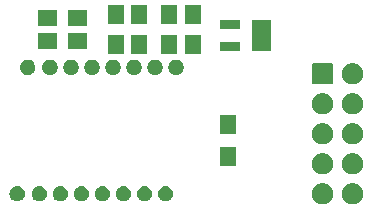
<source format=gbr>
G04 #@! TF.GenerationSoftware,KiCad,Pcbnew,(5.1.6-0-10_14)*
G04 #@! TF.CreationDate,2020-06-02T19:40:10-04:00*
G04 #@! TF.ProjectId,PMW3360_Adapter,504d5733-3336-4305-9f41-646170746572,rev?*
G04 #@! TF.SameCoordinates,Original*
G04 #@! TF.FileFunction,Soldermask,Top*
G04 #@! TF.FilePolarity,Negative*
%FSLAX46Y46*%
G04 Gerber Fmt 4.6, Leading zero omitted, Abs format (unit mm)*
G04 Created by KiCad (PCBNEW (5.1.6-0-10_14)) date 2020-06-02 19:40:10*
%MOMM*%
%LPD*%
G01*
G04 APERTURE LIST*
%ADD10C,0.100000*%
G04 APERTURE END LIST*
D10*
G36*
X111153512Y-50013927D02*
G01*
X111302812Y-50043624D01*
X111466784Y-50111544D01*
X111614354Y-50210147D01*
X111739853Y-50335646D01*
X111838456Y-50483216D01*
X111906376Y-50647188D01*
X111941000Y-50821259D01*
X111941000Y-50998741D01*
X111906376Y-51172812D01*
X111838456Y-51336784D01*
X111739853Y-51484354D01*
X111614354Y-51609853D01*
X111466784Y-51708456D01*
X111302812Y-51776376D01*
X111153512Y-51806073D01*
X111128742Y-51811000D01*
X110951258Y-51811000D01*
X110926488Y-51806073D01*
X110777188Y-51776376D01*
X110613216Y-51708456D01*
X110465646Y-51609853D01*
X110340147Y-51484354D01*
X110241544Y-51336784D01*
X110173624Y-51172812D01*
X110139000Y-50998741D01*
X110139000Y-50821259D01*
X110173624Y-50647188D01*
X110241544Y-50483216D01*
X110340147Y-50335646D01*
X110465646Y-50210147D01*
X110613216Y-50111544D01*
X110777188Y-50043624D01*
X110926488Y-50013927D01*
X110951258Y-50009000D01*
X111128742Y-50009000D01*
X111153512Y-50013927D01*
G37*
G36*
X108613512Y-50013927D02*
G01*
X108762812Y-50043624D01*
X108926784Y-50111544D01*
X109074354Y-50210147D01*
X109199853Y-50335646D01*
X109298456Y-50483216D01*
X109366376Y-50647188D01*
X109401000Y-50821259D01*
X109401000Y-50998741D01*
X109366376Y-51172812D01*
X109298456Y-51336784D01*
X109199853Y-51484354D01*
X109074354Y-51609853D01*
X108926784Y-51708456D01*
X108762812Y-51776376D01*
X108613512Y-51806073D01*
X108588742Y-51811000D01*
X108411258Y-51811000D01*
X108386488Y-51806073D01*
X108237188Y-51776376D01*
X108073216Y-51708456D01*
X107925646Y-51609853D01*
X107800147Y-51484354D01*
X107701544Y-51336784D01*
X107633624Y-51172812D01*
X107599000Y-50998741D01*
X107599000Y-50821259D01*
X107633624Y-50647188D01*
X107701544Y-50483216D01*
X107800147Y-50335646D01*
X107925646Y-50210147D01*
X108073216Y-50111544D01*
X108237188Y-50043624D01*
X108386488Y-50013927D01*
X108411258Y-50009000D01*
X108588742Y-50009000D01*
X108613512Y-50013927D01*
G37*
G36*
X95399890Y-50274017D02*
G01*
X95518364Y-50323091D01*
X95537155Y-50335647D01*
X95624988Y-50394335D01*
X95715665Y-50485012D01*
X95786910Y-50591638D01*
X95835983Y-50710110D01*
X95858092Y-50821259D01*
X95861000Y-50835882D01*
X95861000Y-50964118D01*
X95835983Y-51089890D01*
X95786909Y-51208364D01*
X95715665Y-51314988D01*
X95624988Y-51405665D01*
X95518364Y-51476909D01*
X95518363Y-51476910D01*
X95518362Y-51476910D01*
X95399890Y-51525983D01*
X95274119Y-51551000D01*
X95145881Y-51551000D01*
X95020110Y-51525983D01*
X94901638Y-51476910D01*
X94901637Y-51476910D01*
X94901636Y-51476909D01*
X94795012Y-51405665D01*
X94704335Y-51314988D01*
X94633091Y-51208364D01*
X94584017Y-51089890D01*
X94559000Y-50964118D01*
X94559000Y-50835882D01*
X94561909Y-50821259D01*
X94584017Y-50710110D01*
X94633090Y-50591638D01*
X94704335Y-50485012D01*
X94795012Y-50394335D01*
X94882845Y-50335647D01*
X94901636Y-50323091D01*
X95020110Y-50274017D01*
X95145881Y-50249000D01*
X95274119Y-50249000D01*
X95399890Y-50274017D01*
G37*
G36*
X93619890Y-50274017D02*
G01*
X93738364Y-50323091D01*
X93757155Y-50335647D01*
X93844988Y-50394335D01*
X93935665Y-50485012D01*
X94006910Y-50591638D01*
X94055983Y-50710110D01*
X94078092Y-50821259D01*
X94081000Y-50835882D01*
X94081000Y-50964118D01*
X94055983Y-51089890D01*
X94006909Y-51208364D01*
X93935665Y-51314988D01*
X93844988Y-51405665D01*
X93738364Y-51476909D01*
X93738363Y-51476910D01*
X93738362Y-51476910D01*
X93619890Y-51525983D01*
X93494119Y-51551000D01*
X93365881Y-51551000D01*
X93240110Y-51525983D01*
X93121638Y-51476910D01*
X93121637Y-51476910D01*
X93121636Y-51476909D01*
X93015012Y-51405665D01*
X92924335Y-51314988D01*
X92853091Y-51208364D01*
X92804017Y-51089890D01*
X92779000Y-50964118D01*
X92779000Y-50835882D01*
X92781909Y-50821259D01*
X92804017Y-50710110D01*
X92853090Y-50591638D01*
X92924335Y-50485012D01*
X93015012Y-50394335D01*
X93102845Y-50335647D01*
X93121636Y-50323091D01*
X93240110Y-50274017D01*
X93365881Y-50249000D01*
X93494119Y-50249000D01*
X93619890Y-50274017D01*
G37*
G36*
X91839890Y-50274017D02*
G01*
X91958364Y-50323091D01*
X91977155Y-50335647D01*
X92064988Y-50394335D01*
X92155665Y-50485012D01*
X92226910Y-50591638D01*
X92275983Y-50710110D01*
X92298092Y-50821259D01*
X92301000Y-50835882D01*
X92301000Y-50964118D01*
X92275983Y-51089890D01*
X92226909Y-51208364D01*
X92155665Y-51314988D01*
X92064988Y-51405665D01*
X91958364Y-51476909D01*
X91958363Y-51476910D01*
X91958362Y-51476910D01*
X91839890Y-51525983D01*
X91714119Y-51551000D01*
X91585881Y-51551000D01*
X91460110Y-51525983D01*
X91341638Y-51476910D01*
X91341637Y-51476910D01*
X91341636Y-51476909D01*
X91235012Y-51405665D01*
X91144335Y-51314988D01*
X91073091Y-51208364D01*
X91024017Y-51089890D01*
X90999000Y-50964118D01*
X90999000Y-50835882D01*
X91001909Y-50821259D01*
X91024017Y-50710110D01*
X91073090Y-50591638D01*
X91144335Y-50485012D01*
X91235012Y-50394335D01*
X91322845Y-50335647D01*
X91341636Y-50323091D01*
X91460110Y-50274017D01*
X91585881Y-50249000D01*
X91714119Y-50249000D01*
X91839890Y-50274017D01*
G37*
G36*
X90059890Y-50274017D02*
G01*
X90178364Y-50323091D01*
X90197155Y-50335647D01*
X90284988Y-50394335D01*
X90375665Y-50485012D01*
X90446910Y-50591638D01*
X90495983Y-50710110D01*
X90518092Y-50821259D01*
X90521000Y-50835882D01*
X90521000Y-50964118D01*
X90495983Y-51089890D01*
X90446909Y-51208364D01*
X90375665Y-51314988D01*
X90284988Y-51405665D01*
X90178364Y-51476909D01*
X90178363Y-51476910D01*
X90178362Y-51476910D01*
X90059890Y-51525983D01*
X89934119Y-51551000D01*
X89805881Y-51551000D01*
X89680110Y-51525983D01*
X89561638Y-51476910D01*
X89561637Y-51476910D01*
X89561636Y-51476909D01*
X89455012Y-51405665D01*
X89364335Y-51314988D01*
X89293091Y-51208364D01*
X89244017Y-51089890D01*
X89219000Y-50964118D01*
X89219000Y-50835882D01*
X89221909Y-50821259D01*
X89244017Y-50710110D01*
X89293090Y-50591638D01*
X89364335Y-50485012D01*
X89455012Y-50394335D01*
X89542845Y-50335647D01*
X89561636Y-50323091D01*
X89680110Y-50274017D01*
X89805881Y-50249000D01*
X89934119Y-50249000D01*
X90059890Y-50274017D01*
G37*
G36*
X88279890Y-50274017D02*
G01*
X88398364Y-50323091D01*
X88417155Y-50335647D01*
X88504988Y-50394335D01*
X88595665Y-50485012D01*
X88666910Y-50591638D01*
X88715983Y-50710110D01*
X88738092Y-50821259D01*
X88741000Y-50835882D01*
X88741000Y-50964118D01*
X88715983Y-51089890D01*
X88666909Y-51208364D01*
X88595665Y-51314988D01*
X88504988Y-51405665D01*
X88398364Y-51476909D01*
X88398363Y-51476910D01*
X88398362Y-51476910D01*
X88279890Y-51525983D01*
X88154119Y-51551000D01*
X88025881Y-51551000D01*
X87900110Y-51525983D01*
X87781638Y-51476910D01*
X87781637Y-51476910D01*
X87781636Y-51476909D01*
X87675012Y-51405665D01*
X87584335Y-51314988D01*
X87513091Y-51208364D01*
X87464017Y-51089890D01*
X87439000Y-50964118D01*
X87439000Y-50835882D01*
X87441909Y-50821259D01*
X87464017Y-50710110D01*
X87513090Y-50591638D01*
X87584335Y-50485012D01*
X87675012Y-50394335D01*
X87762845Y-50335647D01*
X87781636Y-50323091D01*
X87900110Y-50274017D01*
X88025881Y-50249000D01*
X88154119Y-50249000D01*
X88279890Y-50274017D01*
G37*
G36*
X86499890Y-50274017D02*
G01*
X86618364Y-50323091D01*
X86637155Y-50335647D01*
X86724988Y-50394335D01*
X86815665Y-50485012D01*
X86886910Y-50591638D01*
X86935983Y-50710110D01*
X86958092Y-50821259D01*
X86961000Y-50835882D01*
X86961000Y-50964118D01*
X86935983Y-51089890D01*
X86886909Y-51208364D01*
X86815665Y-51314988D01*
X86724988Y-51405665D01*
X86618364Y-51476909D01*
X86618363Y-51476910D01*
X86618362Y-51476910D01*
X86499890Y-51525983D01*
X86374119Y-51551000D01*
X86245881Y-51551000D01*
X86120110Y-51525983D01*
X86001638Y-51476910D01*
X86001637Y-51476910D01*
X86001636Y-51476909D01*
X85895012Y-51405665D01*
X85804335Y-51314988D01*
X85733091Y-51208364D01*
X85684017Y-51089890D01*
X85659000Y-50964118D01*
X85659000Y-50835882D01*
X85661909Y-50821259D01*
X85684017Y-50710110D01*
X85733090Y-50591638D01*
X85804335Y-50485012D01*
X85895012Y-50394335D01*
X85982845Y-50335647D01*
X86001636Y-50323091D01*
X86120110Y-50274017D01*
X86245881Y-50249000D01*
X86374119Y-50249000D01*
X86499890Y-50274017D01*
G37*
G36*
X84719890Y-50274017D02*
G01*
X84838364Y-50323091D01*
X84857155Y-50335647D01*
X84944988Y-50394335D01*
X85035665Y-50485012D01*
X85106910Y-50591638D01*
X85155983Y-50710110D01*
X85178092Y-50821259D01*
X85181000Y-50835882D01*
X85181000Y-50964118D01*
X85155983Y-51089890D01*
X85106909Y-51208364D01*
X85035665Y-51314988D01*
X84944988Y-51405665D01*
X84838364Y-51476909D01*
X84838363Y-51476910D01*
X84838362Y-51476910D01*
X84719890Y-51525983D01*
X84594119Y-51551000D01*
X84465881Y-51551000D01*
X84340110Y-51525983D01*
X84221638Y-51476910D01*
X84221637Y-51476910D01*
X84221636Y-51476909D01*
X84115012Y-51405665D01*
X84024335Y-51314988D01*
X83953091Y-51208364D01*
X83904017Y-51089890D01*
X83879000Y-50964118D01*
X83879000Y-50835882D01*
X83881909Y-50821259D01*
X83904017Y-50710110D01*
X83953090Y-50591638D01*
X84024335Y-50485012D01*
X84115012Y-50394335D01*
X84202845Y-50335647D01*
X84221636Y-50323091D01*
X84340110Y-50274017D01*
X84465881Y-50249000D01*
X84594119Y-50249000D01*
X84719890Y-50274017D01*
G37*
G36*
X82839890Y-50274017D02*
G01*
X82958364Y-50323091D01*
X82977155Y-50335647D01*
X83064988Y-50394335D01*
X83155665Y-50485012D01*
X83226910Y-50591638D01*
X83275983Y-50710110D01*
X83298092Y-50821259D01*
X83301000Y-50835882D01*
X83301000Y-50964118D01*
X83275983Y-51089890D01*
X83226909Y-51208364D01*
X83155665Y-51314988D01*
X83064988Y-51405665D01*
X82958364Y-51476909D01*
X82958363Y-51476910D01*
X82958362Y-51476910D01*
X82839890Y-51525983D01*
X82714119Y-51551000D01*
X82585881Y-51551000D01*
X82460110Y-51525983D01*
X82341638Y-51476910D01*
X82341637Y-51476910D01*
X82341636Y-51476909D01*
X82235012Y-51405665D01*
X82144335Y-51314988D01*
X82073091Y-51208364D01*
X82024017Y-51089890D01*
X81999000Y-50964118D01*
X81999000Y-50835882D01*
X82001909Y-50821259D01*
X82024017Y-50710110D01*
X82073090Y-50591638D01*
X82144335Y-50485012D01*
X82235012Y-50394335D01*
X82322845Y-50335647D01*
X82341636Y-50323091D01*
X82460110Y-50274017D01*
X82585881Y-50249000D01*
X82714119Y-50249000D01*
X82839890Y-50274017D01*
G37*
G36*
X111153512Y-47473927D02*
G01*
X111302812Y-47503624D01*
X111466784Y-47571544D01*
X111614354Y-47670147D01*
X111739853Y-47795646D01*
X111838456Y-47943216D01*
X111906376Y-48107188D01*
X111941000Y-48281259D01*
X111941000Y-48458741D01*
X111906376Y-48632812D01*
X111838456Y-48796784D01*
X111739853Y-48944354D01*
X111614354Y-49069853D01*
X111466784Y-49168456D01*
X111302812Y-49236376D01*
X111153512Y-49266073D01*
X111128742Y-49271000D01*
X110951258Y-49271000D01*
X110926488Y-49266073D01*
X110777188Y-49236376D01*
X110613216Y-49168456D01*
X110465646Y-49069853D01*
X110340147Y-48944354D01*
X110241544Y-48796784D01*
X110173624Y-48632812D01*
X110139000Y-48458741D01*
X110139000Y-48281259D01*
X110173624Y-48107188D01*
X110241544Y-47943216D01*
X110340147Y-47795646D01*
X110465646Y-47670147D01*
X110613216Y-47571544D01*
X110777188Y-47503624D01*
X110926488Y-47473927D01*
X110951258Y-47469000D01*
X111128742Y-47469000D01*
X111153512Y-47473927D01*
G37*
G36*
X108613512Y-47473927D02*
G01*
X108762812Y-47503624D01*
X108926784Y-47571544D01*
X109074354Y-47670147D01*
X109199853Y-47795646D01*
X109298456Y-47943216D01*
X109366376Y-48107188D01*
X109401000Y-48281259D01*
X109401000Y-48458741D01*
X109366376Y-48632812D01*
X109298456Y-48796784D01*
X109199853Y-48944354D01*
X109074354Y-49069853D01*
X108926784Y-49168456D01*
X108762812Y-49236376D01*
X108613512Y-49266073D01*
X108588742Y-49271000D01*
X108411258Y-49271000D01*
X108386488Y-49266073D01*
X108237188Y-49236376D01*
X108073216Y-49168456D01*
X107925646Y-49069853D01*
X107800147Y-48944354D01*
X107701544Y-48796784D01*
X107633624Y-48632812D01*
X107599000Y-48458741D01*
X107599000Y-48281259D01*
X107633624Y-48107188D01*
X107701544Y-47943216D01*
X107800147Y-47795646D01*
X107925646Y-47670147D01*
X108073216Y-47571544D01*
X108237188Y-47503624D01*
X108386488Y-47473927D01*
X108411258Y-47469000D01*
X108588742Y-47469000D01*
X108613512Y-47473927D01*
G37*
G36*
X101201000Y-48551000D02*
G01*
X99799000Y-48551000D01*
X99799000Y-46949000D01*
X101201000Y-46949000D01*
X101201000Y-48551000D01*
G37*
G36*
X111153512Y-44933927D02*
G01*
X111302812Y-44963624D01*
X111466784Y-45031544D01*
X111614354Y-45130147D01*
X111739853Y-45255646D01*
X111838456Y-45403216D01*
X111906376Y-45567188D01*
X111941000Y-45741259D01*
X111941000Y-45918741D01*
X111906376Y-46092812D01*
X111838456Y-46256784D01*
X111739853Y-46404354D01*
X111614354Y-46529853D01*
X111466784Y-46628456D01*
X111302812Y-46696376D01*
X111153512Y-46726073D01*
X111128742Y-46731000D01*
X110951258Y-46731000D01*
X110926488Y-46726073D01*
X110777188Y-46696376D01*
X110613216Y-46628456D01*
X110465646Y-46529853D01*
X110340147Y-46404354D01*
X110241544Y-46256784D01*
X110173624Y-46092812D01*
X110139000Y-45918741D01*
X110139000Y-45741259D01*
X110173624Y-45567188D01*
X110241544Y-45403216D01*
X110340147Y-45255646D01*
X110465646Y-45130147D01*
X110613216Y-45031544D01*
X110777188Y-44963624D01*
X110926488Y-44933927D01*
X110951258Y-44929000D01*
X111128742Y-44929000D01*
X111153512Y-44933927D01*
G37*
G36*
X108613512Y-44933927D02*
G01*
X108762812Y-44963624D01*
X108926784Y-45031544D01*
X109074354Y-45130147D01*
X109199853Y-45255646D01*
X109298456Y-45403216D01*
X109366376Y-45567188D01*
X109401000Y-45741259D01*
X109401000Y-45918741D01*
X109366376Y-46092812D01*
X109298456Y-46256784D01*
X109199853Y-46404354D01*
X109074354Y-46529853D01*
X108926784Y-46628456D01*
X108762812Y-46696376D01*
X108613512Y-46726073D01*
X108588742Y-46731000D01*
X108411258Y-46731000D01*
X108386488Y-46726073D01*
X108237188Y-46696376D01*
X108073216Y-46628456D01*
X107925646Y-46529853D01*
X107800147Y-46404354D01*
X107701544Y-46256784D01*
X107633624Y-46092812D01*
X107599000Y-45918741D01*
X107599000Y-45741259D01*
X107633624Y-45567188D01*
X107701544Y-45403216D01*
X107800147Y-45255646D01*
X107925646Y-45130147D01*
X108073216Y-45031544D01*
X108237188Y-44963624D01*
X108386488Y-44933927D01*
X108411258Y-44929000D01*
X108588742Y-44929000D01*
X108613512Y-44933927D01*
G37*
G36*
X101201000Y-45851000D02*
G01*
X99799000Y-45851000D01*
X99799000Y-44249000D01*
X101201000Y-44249000D01*
X101201000Y-45851000D01*
G37*
G36*
X111153512Y-42393927D02*
G01*
X111302812Y-42423624D01*
X111466784Y-42491544D01*
X111614354Y-42590147D01*
X111739853Y-42715646D01*
X111838456Y-42863216D01*
X111906376Y-43027188D01*
X111941000Y-43201259D01*
X111941000Y-43378741D01*
X111906376Y-43552812D01*
X111838456Y-43716784D01*
X111739853Y-43864354D01*
X111614354Y-43989853D01*
X111466784Y-44088456D01*
X111302812Y-44156376D01*
X111153512Y-44186073D01*
X111128742Y-44191000D01*
X110951258Y-44191000D01*
X110926488Y-44186073D01*
X110777188Y-44156376D01*
X110613216Y-44088456D01*
X110465646Y-43989853D01*
X110340147Y-43864354D01*
X110241544Y-43716784D01*
X110173624Y-43552812D01*
X110139000Y-43378741D01*
X110139000Y-43201259D01*
X110173624Y-43027188D01*
X110241544Y-42863216D01*
X110340147Y-42715646D01*
X110465646Y-42590147D01*
X110613216Y-42491544D01*
X110777188Y-42423624D01*
X110926488Y-42393927D01*
X110951258Y-42389000D01*
X111128742Y-42389000D01*
X111153512Y-42393927D01*
G37*
G36*
X108613512Y-42393927D02*
G01*
X108762812Y-42423624D01*
X108926784Y-42491544D01*
X109074354Y-42590147D01*
X109199853Y-42715646D01*
X109298456Y-42863216D01*
X109366376Y-43027188D01*
X109401000Y-43201259D01*
X109401000Y-43378741D01*
X109366376Y-43552812D01*
X109298456Y-43716784D01*
X109199853Y-43864354D01*
X109074354Y-43989853D01*
X108926784Y-44088456D01*
X108762812Y-44156376D01*
X108613512Y-44186073D01*
X108588742Y-44191000D01*
X108411258Y-44191000D01*
X108386488Y-44186073D01*
X108237188Y-44156376D01*
X108073216Y-44088456D01*
X107925646Y-43989853D01*
X107800147Y-43864354D01*
X107701544Y-43716784D01*
X107633624Y-43552812D01*
X107599000Y-43378741D01*
X107599000Y-43201259D01*
X107633624Y-43027188D01*
X107701544Y-42863216D01*
X107800147Y-42715646D01*
X107925646Y-42590147D01*
X108073216Y-42491544D01*
X108237188Y-42423624D01*
X108386488Y-42393927D01*
X108411258Y-42389000D01*
X108588742Y-42389000D01*
X108613512Y-42393927D01*
G37*
G36*
X109258600Y-39852989D02*
G01*
X109291652Y-39863015D01*
X109322103Y-39879292D01*
X109348799Y-39901201D01*
X109370708Y-39927897D01*
X109386985Y-39958348D01*
X109397011Y-39991400D01*
X109401000Y-40031903D01*
X109401000Y-41468097D01*
X109397011Y-41508600D01*
X109386985Y-41541652D01*
X109370708Y-41572103D01*
X109348799Y-41598799D01*
X109322103Y-41620708D01*
X109291652Y-41636985D01*
X109258600Y-41647011D01*
X109218097Y-41651000D01*
X107781903Y-41651000D01*
X107741400Y-41647011D01*
X107708348Y-41636985D01*
X107677897Y-41620708D01*
X107651201Y-41598799D01*
X107629292Y-41572103D01*
X107613015Y-41541652D01*
X107602989Y-41508600D01*
X107599000Y-41468097D01*
X107599000Y-40031903D01*
X107602989Y-39991400D01*
X107613015Y-39958348D01*
X107629292Y-39927897D01*
X107651201Y-39901201D01*
X107677897Y-39879292D01*
X107708348Y-39863015D01*
X107741400Y-39852989D01*
X107781903Y-39849000D01*
X109218097Y-39849000D01*
X109258600Y-39852989D01*
G37*
G36*
X111148796Y-39852989D02*
G01*
X111302812Y-39883624D01*
X111466784Y-39951544D01*
X111614354Y-40050147D01*
X111739853Y-40175646D01*
X111838456Y-40323216D01*
X111906376Y-40487188D01*
X111941000Y-40661259D01*
X111941000Y-40838741D01*
X111906376Y-41012812D01*
X111838456Y-41176784D01*
X111739853Y-41324354D01*
X111614354Y-41449853D01*
X111466784Y-41548456D01*
X111302812Y-41616376D01*
X111154341Y-41645908D01*
X111128742Y-41651000D01*
X110951258Y-41651000D01*
X110925659Y-41645908D01*
X110777188Y-41616376D01*
X110613216Y-41548456D01*
X110465646Y-41449853D01*
X110340147Y-41324354D01*
X110241544Y-41176784D01*
X110173624Y-41012812D01*
X110139000Y-40838741D01*
X110139000Y-40661259D01*
X110173624Y-40487188D01*
X110241544Y-40323216D01*
X110340147Y-40175646D01*
X110465646Y-40050147D01*
X110613216Y-39951544D01*
X110777188Y-39883624D01*
X110931204Y-39852989D01*
X110951258Y-39849000D01*
X111128742Y-39849000D01*
X111148796Y-39852989D01*
G37*
G36*
X94509890Y-39574017D02*
G01*
X94628364Y-39623091D01*
X94734988Y-39694335D01*
X94825665Y-39785012D01*
X94891556Y-39883624D01*
X94896910Y-39891638D01*
X94945983Y-40010110D01*
X94971000Y-40135881D01*
X94971000Y-40264119D01*
X94945983Y-40389890D01*
X94905681Y-40487188D01*
X94896909Y-40508364D01*
X94825665Y-40614988D01*
X94734988Y-40705665D01*
X94628364Y-40776909D01*
X94628363Y-40776910D01*
X94628362Y-40776910D01*
X94509890Y-40825983D01*
X94384119Y-40851000D01*
X94255881Y-40851000D01*
X94130110Y-40825983D01*
X94011638Y-40776910D01*
X94011637Y-40776910D01*
X94011636Y-40776909D01*
X93905012Y-40705665D01*
X93814335Y-40614988D01*
X93743091Y-40508364D01*
X93734320Y-40487188D01*
X93694017Y-40389890D01*
X93669000Y-40264119D01*
X93669000Y-40135881D01*
X93694017Y-40010110D01*
X93743090Y-39891638D01*
X93748445Y-39883624D01*
X93814335Y-39785012D01*
X93905012Y-39694335D01*
X94011636Y-39623091D01*
X94130110Y-39574017D01*
X94255881Y-39549000D01*
X94384119Y-39549000D01*
X94509890Y-39574017D01*
G37*
G36*
X85609890Y-39574017D02*
G01*
X85728364Y-39623091D01*
X85834988Y-39694335D01*
X85925665Y-39785012D01*
X85991556Y-39883624D01*
X85996910Y-39891638D01*
X86045983Y-40010110D01*
X86071000Y-40135881D01*
X86071000Y-40264119D01*
X86045983Y-40389890D01*
X86005681Y-40487188D01*
X85996909Y-40508364D01*
X85925665Y-40614988D01*
X85834988Y-40705665D01*
X85728364Y-40776909D01*
X85728363Y-40776910D01*
X85728362Y-40776910D01*
X85609890Y-40825983D01*
X85484119Y-40851000D01*
X85355881Y-40851000D01*
X85230110Y-40825983D01*
X85111638Y-40776910D01*
X85111637Y-40776910D01*
X85111636Y-40776909D01*
X85005012Y-40705665D01*
X84914335Y-40614988D01*
X84843091Y-40508364D01*
X84834320Y-40487188D01*
X84794017Y-40389890D01*
X84769000Y-40264119D01*
X84769000Y-40135881D01*
X84794017Y-40010110D01*
X84843090Y-39891638D01*
X84848445Y-39883624D01*
X84914335Y-39785012D01*
X85005012Y-39694335D01*
X85111636Y-39623091D01*
X85230110Y-39574017D01*
X85355881Y-39549000D01*
X85484119Y-39549000D01*
X85609890Y-39574017D01*
G37*
G36*
X89169890Y-39574017D02*
G01*
X89288364Y-39623091D01*
X89394988Y-39694335D01*
X89485665Y-39785012D01*
X89551556Y-39883624D01*
X89556910Y-39891638D01*
X89605983Y-40010110D01*
X89631000Y-40135881D01*
X89631000Y-40264119D01*
X89605983Y-40389890D01*
X89565681Y-40487188D01*
X89556909Y-40508364D01*
X89485665Y-40614988D01*
X89394988Y-40705665D01*
X89288364Y-40776909D01*
X89288363Y-40776910D01*
X89288362Y-40776910D01*
X89169890Y-40825983D01*
X89044119Y-40851000D01*
X88915881Y-40851000D01*
X88790110Y-40825983D01*
X88671638Y-40776910D01*
X88671637Y-40776910D01*
X88671636Y-40776909D01*
X88565012Y-40705665D01*
X88474335Y-40614988D01*
X88403091Y-40508364D01*
X88394320Y-40487188D01*
X88354017Y-40389890D01*
X88329000Y-40264119D01*
X88329000Y-40135881D01*
X88354017Y-40010110D01*
X88403090Y-39891638D01*
X88408445Y-39883624D01*
X88474335Y-39785012D01*
X88565012Y-39694335D01*
X88671636Y-39623091D01*
X88790110Y-39574017D01*
X88915881Y-39549000D01*
X89044119Y-39549000D01*
X89169890Y-39574017D01*
G37*
G36*
X90949890Y-39574017D02*
G01*
X91068364Y-39623091D01*
X91174988Y-39694335D01*
X91265665Y-39785012D01*
X91331556Y-39883624D01*
X91336910Y-39891638D01*
X91385983Y-40010110D01*
X91411000Y-40135881D01*
X91411000Y-40264119D01*
X91385983Y-40389890D01*
X91345681Y-40487188D01*
X91336909Y-40508364D01*
X91265665Y-40614988D01*
X91174988Y-40705665D01*
X91068364Y-40776909D01*
X91068363Y-40776910D01*
X91068362Y-40776910D01*
X90949890Y-40825983D01*
X90824119Y-40851000D01*
X90695881Y-40851000D01*
X90570110Y-40825983D01*
X90451638Y-40776910D01*
X90451637Y-40776910D01*
X90451636Y-40776909D01*
X90345012Y-40705665D01*
X90254335Y-40614988D01*
X90183091Y-40508364D01*
X90174320Y-40487188D01*
X90134017Y-40389890D01*
X90109000Y-40264119D01*
X90109000Y-40135881D01*
X90134017Y-40010110D01*
X90183090Y-39891638D01*
X90188445Y-39883624D01*
X90254335Y-39785012D01*
X90345012Y-39694335D01*
X90451636Y-39623091D01*
X90570110Y-39574017D01*
X90695881Y-39549000D01*
X90824119Y-39549000D01*
X90949890Y-39574017D01*
G37*
G36*
X96289890Y-39574017D02*
G01*
X96408364Y-39623091D01*
X96514988Y-39694335D01*
X96605665Y-39785012D01*
X96671556Y-39883624D01*
X96676910Y-39891638D01*
X96725983Y-40010110D01*
X96751000Y-40135881D01*
X96751000Y-40264119D01*
X96725983Y-40389890D01*
X96685681Y-40487188D01*
X96676909Y-40508364D01*
X96605665Y-40614988D01*
X96514988Y-40705665D01*
X96408364Y-40776909D01*
X96408363Y-40776910D01*
X96408362Y-40776910D01*
X96289890Y-40825983D01*
X96164119Y-40851000D01*
X96035881Y-40851000D01*
X95910110Y-40825983D01*
X95791638Y-40776910D01*
X95791637Y-40776910D01*
X95791636Y-40776909D01*
X95685012Y-40705665D01*
X95594335Y-40614988D01*
X95523091Y-40508364D01*
X95514320Y-40487188D01*
X95474017Y-40389890D01*
X95449000Y-40264119D01*
X95449000Y-40135881D01*
X95474017Y-40010110D01*
X95523090Y-39891638D01*
X95528445Y-39883624D01*
X95594335Y-39785012D01*
X95685012Y-39694335D01*
X95791636Y-39623091D01*
X95910110Y-39574017D01*
X96035881Y-39549000D01*
X96164119Y-39549000D01*
X96289890Y-39574017D01*
G37*
G36*
X92729890Y-39574017D02*
G01*
X92848364Y-39623091D01*
X92954988Y-39694335D01*
X93045665Y-39785012D01*
X93111556Y-39883624D01*
X93116910Y-39891638D01*
X93165983Y-40010110D01*
X93191000Y-40135881D01*
X93191000Y-40264119D01*
X93165983Y-40389890D01*
X93125681Y-40487188D01*
X93116909Y-40508364D01*
X93045665Y-40614988D01*
X92954988Y-40705665D01*
X92848364Y-40776909D01*
X92848363Y-40776910D01*
X92848362Y-40776910D01*
X92729890Y-40825983D01*
X92604119Y-40851000D01*
X92475881Y-40851000D01*
X92350110Y-40825983D01*
X92231638Y-40776910D01*
X92231637Y-40776910D01*
X92231636Y-40776909D01*
X92125012Y-40705665D01*
X92034335Y-40614988D01*
X91963091Y-40508364D01*
X91954320Y-40487188D01*
X91914017Y-40389890D01*
X91889000Y-40264119D01*
X91889000Y-40135881D01*
X91914017Y-40010110D01*
X91963090Y-39891638D01*
X91968445Y-39883624D01*
X92034335Y-39785012D01*
X92125012Y-39694335D01*
X92231636Y-39623091D01*
X92350110Y-39574017D01*
X92475881Y-39549000D01*
X92604119Y-39549000D01*
X92729890Y-39574017D01*
G37*
G36*
X87389890Y-39574017D02*
G01*
X87508364Y-39623091D01*
X87614988Y-39694335D01*
X87705665Y-39785012D01*
X87771556Y-39883624D01*
X87776910Y-39891638D01*
X87825983Y-40010110D01*
X87851000Y-40135881D01*
X87851000Y-40264119D01*
X87825983Y-40389890D01*
X87785681Y-40487188D01*
X87776909Y-40508364D01*
X87705665Y-40614988D01*
X87614988Y-40705665D01*
X87508364Y-40776909D01*
X87508363Y-40776910D01*
X87508362Y-40776910D01*
X87389890Y-40825983D01*
X87264119Y-40851000D01*
X87135881Y-40851000D01*
X87010110Y-40825983D01*
X86891638Y-40776910D01*
X86891637Y-40776910D01*
X86891636Y-40776909D01*
X86785012Y-40705665D01*
X86694335Y-40614988D01*
X86623091Y-40508364D01*
X86614320Y-40487188D01*
X86574017Y-40389890D01*
X86549000Y-40264119D01*
X86549000Y-40135881D01*
X86574017Y-40010110D01*
X86623090Y-39891638D01*
X86628445Y-39883624D01*
X86694335Y-39785012D01*
X86785012Y-39694335D01*
X86891636Y-39623091D01*
X87010110Y-39574017D01*
X87135881Y-39549000D01*
X87264119Y-39549000D01*
X87389890Y-39574017D01*
G37*
G36*
X83729890Y-39574017D02*
G01*
X83848364Y-39623091D01*
X83954988Y-39694335D01*
X84045665Y-39785012D01*
X84111556Y-39883624D01*
X84116910Y-39891638D01*
X84165983Y-40010110D01*
X84191000Y-40135881D01*
X84191000Y-40264119D01*
X84165983Y-40389890D01*
X84125681Y-40487188D01*
X84116909Y-40508364D01*
X84045665Y-40614988D01*
X83954988Y-40705665D01*
X83848364Y-40776909D01*
X83848363Y-40776910D01*
X83848362Y-40776910D01*
X83729890Y-40825983D01*
X83604119Y-40851000D01*
X83475881Y-40851000D01*
X83350110Y-40825983D01*
X83231638Y-40776910D01*
X83231637Y-40776910D01*
X83231636Y-40776909D01*
X83125012Y-40705665D01*
X83034335Y-40614988D01*
X82963091Y-40508364D01*
X82954320Y-40487188D01*
X82914017Y-40389890D01*
X82889000Y-40264119D01*
X82889000Y-40135881D01*
X82914017Y-40010110D01*
X82963090Y-39891638D01*
X82968445Y-39883624D01*
X83034335Y-39785012D01*
X83125012Y-39694335D01*
X83231636Y-39623091D01*
X83350110Y-39574017D01*
X83475881Y-39549000D01*
X83604119Y-39549000D01*
X83729890Y-39574017D01*
G37*
G36*
X93676000Y-39051000D02*
G01*
X92324000Y-39051000D01*
X92324000Y-37449000D01*
X93676000Y-37449000D01*
X93676000Y-39051000D01*
G37*
G36*
X96216000Y-39051000D02*
G01*
X94864000Y-39051000D01*
X94864000Y-37449000D01*
X96216000Y-37449000D01*
X96216000Y-39051000D01*
G37*
G36*
X98176000Y-39051000D02*
G01*
X96824000Y-39051000D01*
X96824000Y-37449000D01*
X98176000Y-37449000D01*
X98176000Y-39051000D01*
G37*
G36*
X91676000Y-39051000D02*
G01*
X90324000Y-39051000D01*
X90324000Y-37449000D01*
X91676000Y-37449000D01*
X91676000Y-39051000D01*
G37*
G36*
X101481000Y-38826000D02*
G01*
X99819000Y-38826000D01*
X99819000Y-38074000D01*
X101481000Y-38074000D01*
X101481000Y-38826000D01*
G37*
G36*
X104181000Y-38826000D02*
G01*
X102519000Y-38826000D01*
X102519000Y-36174000D01*
X104181000Y-36174000D01*
X104181000Y-38826000D01*
G37*
G36*
X88551000Y-38676000D02*
G01*
X86949000Y-38676000D01*
X86949000Y-37324000D01*
X88551000Y-37324000D01*
X88551000Y-38676000D01*
G37*
G36*
X86051000Y-38676000D02*
G01*
X84449000Y-38676000D01*
X84449000Y-37324000D01*
X86051000Y-37324000D01*
X86051000Y-38676000D01*
G37*
G36*
X101481000Y-36926000D02*
G01*
X99819000Y-36926000D01*
X99819000Y-36174000D01*
X101481000Y-36174000D01*
X101481000Y-36926000D01*
G37*
G36*
X86051000Y-36676000D02*
G01*
X84449000Y-36676000D01*
X84449000Y-35324000D01*
X86051000Y-35324000D01*
X86051000Y-36676000D01*
G37*
G36*
X88551000Y-36676000D02*
G01*
X86949000Y-36676000D01*
X86949000Y-35324000D01*
X88551000Y-35324000D01*
X88551000Y-36676000D01*
G37*
G36*
X91676000Y-36551000D02*
G01*
X90324000Y-36551000D01*
X90324000Y-34949000D01*
X91676000Y-34949000D01*
X91676000Y-36551000D01*
G37*
G36*
X93676000Y-36551000D02*
G01*
X92324000Y-36551000D01*
X92324000Y-34949000D01*
X93676000Y-34949000D01*
X93676000Y-36551000D01*
G37*
G36*
X96216000Y-36551000D02*
G01*
X94864000Y-36551000D01*
X94864000Y-34949000D01*
X96216000Y-34949000D01*
X96216000Y-36551000D01*
G37*
G36*
X98176000Y-36551000D02*
G01*
X96824000Y-36551000D01*
X96824000Y-34949000D01*
X98176000Y-34949000D01*
X98176000Y-36551000D01*
G37*
M02*

</source>
